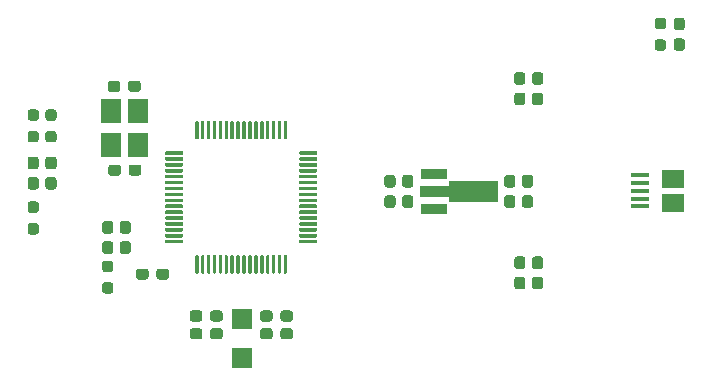
<source format=gtp>
G04 #@! TF.GenerationSoftware,KiCad,Pcbnew,(5.1.10)-1*
G04 #@! TF.CreationDate,2021-08-01T20:36:26+02:00*
G04 #@! TF.ProjectId,Msp-Board,4d73702d-426f-4617-9264-2e6b69636164,rev?*
G04 #@! TF.SameCoordinates,Original*
G04 #@! TF.FileFunction,Paste,Top*
G04 #@! TF.FilePolarity,Positive*
%FSLAX46Y46*%
G04 Gerber Fmt 4.6, Leading zero omitted, Abs format (unit mm)*
G04 Created by KiCad (PCBNEW (5.1.10)-1) date 2021-08-01 20:36:26*
%MOMM*%
%LPD*%
G01*
G04 APERTURE LIST*
%ADD10R,1.800000X2.100000*%
%ADD11R,1.900000X1.500000*%
%ADD12R,1.550000X0.400000*%
%ADD13C,0.100000*%
%ADD14R,2.300000X0.900000*%
%ADD15R,1.800000X1.750000*%
G04 APERTURE END LIST*
D10*
X130250000Y-96200000D03*
X130250000Y-99100000D03*
X127950000Y-99100000D03*
X127950000Y-96200000D03*
G36*
G01*
X142325000Y-115287500D02*
X142325000Y-114812500D01*
G75*
G02*
X142562500Y-114575000I237500J0D01*
G01*
X143162500Y-114575000D01*
G75*
G02*
X143400000Y-114812500I0J-237500D01*
G01*
X143400000Y-115287500D01*
G75*
G02*
X143162500Y-115525000I-237500J0D01*
G01*
X142562500Y-115525000D01*
G75*
G02*
X142325000Y-115287500I0J237500D01*
G01*
G37*
G36*
G01*
X140600000Y-115287500D02*
X140600000Y-114812500D01*
G75*
G02*
X140837500Y-114575000I237500J0D01*
G01*
X141437500Y-114575000D01*
G75*
G02*
X141675000Y-114812500I0J-237500D01*
G01*
X141675000Y-115287500D01*
G75*
G02*
X141437500Y-115525000I-237500J0D01*
G01*
X140837500Y-115525000D01*
G75*
G02*
X140600000Y-115287500I0J237500D01*
G01*
G37*
G36*
G01*
X135725000Y-113312500D02*
X135725000Y-113787500D01*
G75*
G02*
X135487500Y-114025000I-237500J0D01*
G01*
X134887500Y-114025000D01*
G75*
G02*
X134650000Y-113787500I0J237500D01*
G01*
X134650000Y-113312500D01*
G75*
G02*
X134887500Y-113075000I237500J0D01*
G01*
X135487500Y-113075000D01*
G75*
G02*
X135725000Y-113312500I0J-237500D01*
G01*
G37*
G36*
G01*
X137450000Y-113312500D02*
X137450000Y-113787500D01*
G75*
G02*
X137212500Y-114025000I-237500J0D01*
G01*
X136612500Y-114025000D01*
G75*
G02*
X136375000Y-113787500I0J237500D01*
G01*
X136375000Y-113312500D01*
G75*
G02*
X136612500Y-113075000I237500J0D01*
G01*
X137212500Y-113075000D01*
G75*
G02*
X137450000Y-113312500I0J-237500D01*
G01*
G37*
G36*
G01*
X135725000Y-114812500D02*
X135725000Y-115287500D01*
G75*
G02*
X135487500Y-115525000I-237500J0D01*
G01*
X134887500Y-115525000D01*
G75*
G02*
X134650000Y-115287500I0J237500D01*
G01*
X134650000Y-114812500D01*
G75*
G02*
X134887500Y-114575000I237500J0D01*
G01*
X135487500Y-114575000D01*
G75*
G02*
X135725000Y-114812500I0J-237500D01*
G01*
G37*
G36*
G01*
X137450000Y-114812500D02*
X137450000Y-115287500D01*
G75*
G02*
X137212500Y-115525000I-237500J0D01*
G01*
X136612500Y-115525000D01*
G75*
G02*
X136375000Y-115287500I0J237500D01*
G01*
X136375000Y-114812500D01*
G75*
G02*
X136612500Y-114575000I237500J0D01*
G01*
X137212500Y-114575000D01*
G75*
G02*
X137450000Y-114812500I0J-237500D01*
G01*
G37*
D11*
X175547500Y-101950000D03*
D12*
X172760000Y-103600000D03*
X172760000Y-104250000D03*
X172760000Y-101650000D03*
X172760000Y-102300000D03*
X172760000Y-102950000D03*
D11*
X175547500Y-103950000D03*
G36*
G01*
X174262500Y-90125000D02*
X174737500Y-90125000D01*
G75*
G02*
X174975000Y-90362500I0J-237500D01*
G01*
X174975000Y-90862500D01*
G75*
G02*
X174737500Y-91100000I-237500J0D01*
G01*
X174262500Y-91100000D01*
G75*
G02*
X174025000Y-90862500I0J237500D01*
G01*
X174025000Y-90362500D01*
G75*
G02*
X174262500Y-90125000I237500J0D01*
G01*
G37*
G36*
G01*
X174262500Y-88300000D02*
X174737500Y-88300000D01*
G75*
G02*
X174975000Y-88537500I0J-237500D01*
G01*
X174975000Y-89037500D01*
G75*
G02*
X174737500Y-89275000I-237500J0D01*
G01*
X174262500Y-89275000D01*
G75*
G02*
X174025000Y-89037500I0J237500D01*
G01*
X174025000Y-88537500D01*
G75*
G02*
X174262500Y-88300000I237500J0D01*
G01*
G37*
G36*
G01*
X175862500Y-90050000D02*
X176337500Y-90050000D01*
G75*
G02*
X176575000Y-90287500I0J-237500D01*
G01*
X176575000Y-90862500D01*
G75*
G02*
X176337500Y-91100000I-237500J0D01*
G01*
X175862500Y-91100000D01*
G75*
G02*
X175625000Y-90862500I0J237500D01*
G01*
X175625000Y-90287500D01*
G75*
G02*
X175862500Y-90050000I237500J0D01*
G01*
G37*
G36*
G01*
X175862500Y-88300000D02*
X176337500Y-88300000D01*
G75*
G02*
X176575000Y-88537500I0J-237500D01*
G01*
X176575000Y-89112500D01*
G75*
G02*
X176337500Y-89350000I-237500J0D01*
G01*
X175862500Y-89350000D01*
G75*
G02*
X175625000Y-89112500I0J237500D01*
G01*
X175625000Y-88537500D01*
G75*
G02*
X175862500Y-88300000I237500J0D01*
G01*
G37*
G36*
G01*
X162362500Y-94625000D02*
X162837500Y-94625000D01*
G75*
G02*
X163075000Y-94862500I0J-237500D01*
G01*
X163075000Y-95462500D01*
G75*
G02*
X162837500Y-95700000I-237500J0D01*
G01*
X162362500Y-95700000D01*
G75*
G02*
X162125000Y-95462500I0J237500D01*
G01*
X162125000Y-94862500D01*
G75*
G02*
X162362500Y-94625000I237500J0D01*
G01*
G37*
G36*
G01*
X162362500Y-92900000D02*
X162837500Y-92900000D01*
G75*
G02*
X163075000Y-93137500I0J-237500D01*
G01*
X163075000Y-93737500D01*
G75*
G02*
X162837500Y-93975000I-237500J0D01*
G01*
X162362500Y-93975000D01*
G75*
G02*
X162125000Y-93737500I0J237500D01*
G01*
X162125000Y-93137500D01*
G75*
G02*
X162362500Y-92900000I237500J0D01*
G01*
G37*
G36*
G01*
X162362500Y-110225000D02*
X162837500Y-110225000D01*
G75*
G02*
X163075000Y-110462500I0J-237500D01*
G01*
X163075000Y-111062500D01*
G75*
G02*
X162837500Y-111300000I-237500J0D01*
G01*
X162362500Y-111300000D01*
G75*
G02*
X162125000Y-111062500I0J237500D01*
G01*
X162125000Y-110462500D01*
G75*
G02*
X162362500Y-110225000I237500J0D01*
G01*
G37*
G36*
G01*
X162362500Y-108500000D02*
X162837500Y-108500000D01*
G75*
G02*
X163075000Y-108737500I0J-237500D01*
G01*
X163075000Y-109337500D01*
G75*
G02*
X162837500Y-109575000I-237500J0D01*
G01*
X162362500Y-109575000D01*
G75*
G02*
X162125000Y-109337500I0J237500D01*
G01*
X162125000Y-108737500D01*
G75*
G02*
X162362500Y-108500000I237500J0D01*
G01*
G37*
G36*
G01*
X163862500Y-94625000D02*
X164337500Y-94625000D01*
G75*
G02*
X164575000Y-94862500I0J-237500D01*
G01*
X164575000Y-95462500D01*
G75*
G02*
X164337500Y-95700000I-237500J0D01*
G01*
X163862500Y-95700000D01*
G75*
G02*
X163625000Y-95462500I0J237500D01*
G01*
X163625000Y-94862500D01*
G75*
G02*
X163862500Y-94625000I237500J0D01*
G01*
G37*
G36*
G01*
X163862500Y-92900000D02*
X164337500Y-92900000D01*
G75*
G02*
X164575000Y-93137500I0J-237500D01*
G01*
X164575000Y-93737500D01*
G75*
G02*
X164337500Y-93975000I-237500J0D01*
G01*
X163862500Y-93975000D01*
G75*
G02*
X163625000Y-93737500I0J237500D01*
G01*
X163625000Y-93137500D01*
G75*
G02*
X163862500Y-92900000I237500J0D01*
G01*
G37*
G36*
G01*
X163862500Y-110225000D02*
X164337500Y-110225000D01*
G75*
G02*
X164575000Y-110462500I0J-237500D01*
G01*
X164575000Y-111062500D01*
G75*
G02*
X164337500Y-111300000I-237500J0D01*
G01*
X163862500Y-111300000D01*
G75*
G02*
X163625000Y-111062500I0J237500D01*
G01*
X163625000Y-110462500D01*
G75*
G02*
X163862500Y-110225000I237500J0D01*
G01*
G37*
G36*
G01*
X163862500Y-108500000D02*
X164337500Y-108500000D01*
G75*
G02*
X164575000Y-108737500I0J-237500D01*
G01*
X164575000Y-109337500D01*
G75*
G02*
X164337500Y-109575000I-237500J0D01*
G01*
X163862500Y-109575000D01*
G75*
G02*
X163625000Y-109337500I0J237500D01*
G01*
X163625000Y-108737500D01*
G75*
G02*
X163862500Y-108500000I237500J0D01*
G01*
G37*
D13*
G36*
X160762500Y-103866500D02*
G01*
X156637500Y-103866500D01*
X156637500Y-103450000D01*
X154162500Y-103450000D01*
X154162500Y-102550000D01*
X156637500Y-102550000D01*
X156637500Y-102133500D01*
X160762500Y-102133500D01*
X160762500Y-103866500D01*
G37*
D14*
X155312500Y-104500000D03*
X155312500Y-101500000D03*
G36*
G01*
X127937500Y-109825000D02*
X127462500Y-109825000D01*
G75*
G02*
X127225000Y-109587500I0J237500D01*
G01*
X127225000Y-109087500D01*
G75*
G02*
X127462500Y-108850000I237500J0D01*
G01*
X127937500Y-108850000D01*
G75*
G02*
X128175000Y-109087500I0J-237500D01*
G01*
X128175000Y-109587500D01*
G75*
G02*
X127937500Y-109825000I-237500J0D01*
G01*
G37*
G36*
G01*
X127937500Y-111650000D02*
X127462500Y-111650000D01*
G75*
G02*
X127225000Y-111412500I0J237500D01*
G01*
X127225000Y-110912500D01*
G75*
G02*
X127462500Y-110675000I237500J0D01*
G01*
X127937500Y-110675000D01*
G75*
G02*
X128175000Y-110912500I0J-237500D01*
G01*
X128175000Y-111412500D01*
G75*
G02*
X127937500Y-111650000I-237500J0D01*
G01*
G37*
G36*
G01*
X142325000Y-113787500D02*
X142325000Y-113312500D01*
G75*
G02*
X142562500Y-113075000I237500J0D01*
G01*
X143162500Y-113075000D01*
G75*
G02*
X143400000Y-113312500I0J-237500D01*
G01*
X143400000Y-113787500D01*
G75*
G02*
X143162500Y-114025000I-237500J0D01*
G01*
X142562500Y-114025000D01*
G75*
G02*
X142325000Y-113787500I0J237500D01*
G01*
G37*
G36*
G01*
X140600000Y-113787500D02*
X140600000Y-113312500D01*
G75*
G02*
X140837500Y-113075000I237500J0D01*
G01*
X141437500Y-113075000D01*
G75*
G02*
X141675000Y-113312500I0J-237500D01*
G01*
X141675000Y-113787500D01*
G75*
G02*
X141437500Y-114025000I-237500J0D01*
G01*
X140837500Y-114025000D01*
G75*
G02*
X140600000Y-113787500I0J237500D01*
G01*
G37*
G36*
G01*
X127937500Y-106575000D02*
X127462500Y-106575000D01*
G75*
G02*
X127225000Y-106337500I0J237500D01*
G01*
X127225000Y-105737500D01*
G75*
G02*
X127462500Y-105500000I237500J0D01*
G01*
X127937500Y-105500000D01*
G75*
G02*
X128175000Y-105737500I0J-237500D01*
G01*
X128175000Y-106337500D01*
G75*
G02*
X127937500Y-106575000I-237500J0D01*
G01*
G37*
G36*
G01*
X127937500Y-108300000D02*
X127462500Y-108300000D01*
G75*
G02*
X127225000Y-108062500I0J237500D01*
G01*
X127225000Y-107462500D01*
G75*
G02*
X127462500Y-107225000I237500J0D01*
G01*
X127937500Y-107225000D01*
G75*
G02*
X128175000Y-107462500I0J-237500D01*
G01*
X128175000Y-108062500D01*
G75*
G02*
X127937500Y-108300000I-237500J0D01*
G01*
G37*
G36*
G01*
X153337500Y-102675000D02*
X152862500Y-102675000D01*
G75*
G02*
X152625000Y-102437500I0J237500D01*
G01*
X152625000Y-101837500D01*
G75*
G02*
X152862500Y-101600000I237500J0D01*
G01*
X153337500Y-101600000D01*
G75*
G02*
X153575000Y-101837500I0J-237500D01*
G01*
X153575000Y-102437500D01*
G75*
G02*
X153337500Y-102675000I-237500J0D01*
G01*
G37*
G36*
G01*
X153337500Y-104400000D02*
X152862500Y-104400000D01*
G75*
G02*
X152625000Y-104162500I0J237500D01*
G01*
X152625000Y-103562500D01*
G75*
G02*
X152862500Y-103325000I237500J0D01*
G01*
X153337500Y-103325000D01*
G75*
G02*
X153575000Y-103562500I0J-237500D01*
G01*
X153575000Y-104162500D01*
G75*
G02*
X153337500Y-104400000I-237500J0D01*
G01*
G37*
G36*
G01*
X151837500Y-102675000D02*
X151362500Y-102675000D01*
G75*
G02*
X151125000Y-102437500I0J237500D01*
G01*
X151125000Y-101837500D01*
G75*
G02*
X151362500Y-101600000I237500J0D01*
G01*
X151837500Y-101600000D01*
G75*
G02*
X152075000Y-101837500I0J-237500D01*
G01*
X152075000Y-102437500D01*
G75*
G02*
X151837500Y-102675000I-237500J0D01*
G01*
G37*
G36*
G01*
X151837500Y-104400000D02*
X151362500Y-104400000D01*
G75*
G02*
X151125000Y-104162500I0J237500D01*
G01*
X151125000Y-103562500D01*
G75*
G02*
X151362500Y-103325000I237500J0D01*
G01*
X151837500Y-103325000D01*
G75*
G02*
X152075000Y-103562500I0J-237500D01*
G01*
X152075000Y-104162500D01*
G75*
G02*
X151837500Y-104400000I-237500J0D01*
G01*
G37*
G36*
G01*
X161987500Y-102675000D02*
X161512500Y-102675000D01*
G75*
G02*
X161275000Y-102437500I0J237500D01*
G01*
X161275000Y-101837500D01*
G75*
G02*
X161512500Y-101600000I237500J0D01*
G01*
X161987500Y-101600000D01*
G75*
G02*
X162225000Y-101837500I0J-237500D01*
G01*
X162225000Y-102437500D01*
G75*
G02*
X161987500Y-102675000I-237500J0D01*
G01*
G37*
G36*
G01*
X161987500Y-104400000D02*
X161512500Y-104400000D01*
G75*
G02*
X161275000Y-104162500I0J237500D01*
G01*
X161275000Y-103562500D01*
G75*
G02*
X161512500Y-103325000I237500J0D01*
G01*
X161987500Y-103325000D01*
G75*
G02*
X162225000Y-103562500I0J-237500D01*
G01*
X162225000Y-104162500D01*
G75*
G02*
X161987500Y-104400000I-237500J0D01*
G01*
G37*
G36*
G01*
X163487500Y-102675000D02*
X163012500Y-102675000D01*
G75*
G02*
X162775000Y-102437500I0J237500D01*
G01*
X162775000Y-101837500D01*
G75*
G02*
X163012500Y-101600000I237500J0D01*
G01*
X163487500Y-101600000D01*
G75*
G02*
X163725000Y-101837500I0J-237500D01*
G01*
X163725000Y-102437500D01*
G75*
G02*
X163487500Y-102675000I-237500J0D01*
G01*
G37*
G36*
G01*
X163487500Y-104400000D02*
X163012500Y-104400000D01*
G75*
G02*
X162775000Y-104162500I0J237500D01*
G01*
X162775000Y-103562500D01*
G75*
G02*
X163012500Y-103325000I237500J0D01*
G01*
X163487500Y-103325000D01*
G75*
G02*
X163725000Y-103562500I0J-237500D01*
G01*
X163725000Y-104162500D01*
G75*
G02*
X163487500Y-104400000I-237500J0D01*
G01*
G37*
D15*
X139100000Y-117075000D03*
X139100000Y-113825000D03*
G36*
G01*
X129425000Y-94337500D02*
X129425000Y-93862500D01*
G75*
G02*
X129662500Y-93625000I237500J0D01*
G01*
X130262500Y-93625000D01*
G75*
G02*
X130500000Y-93862500I0J-237500D01*
G01*
X130500000Y-94337500D01*
G75*
G02*
X130262500Y-94575000I-237500J0D01*
G01*
X129662500Y-94575000D01*
G75*
G02*
X129425000Y-94337500I0J237500D01*
G01*
G37*
G36*
G01*
X127700000Y-94337500D02*
X127700000Y-93862500D01*
G75*
G02*
X127937500Y-93625000I237500J0D01*
G01*
X128537500Y-93625000D01*
G75*
G02*
X128775000Y-93862500I0J-237500D01*
G01*
X128775000Y-94337500D01*
G75*
G02*
X128537500Y-94575000I-237500J0D01*
G01*
X127937500Y-94575000D01*
G75*
G02*
X127700000Y-94337500I0J237500D01*
G01*
G37*
G36*
G01*
X128825000Y-100962500D02*
X128825000Y-101437500D01*
G75*
G02*
X128587500Y-101675000I-237500J0D01*
G01*
X127987500Y-101675000D01*
G75*
G02*
X127750000Y-101437500I0J237500D01*
G01*
X127750000Y-100962500D01*
G75*
G02*
X127987500Y-100725000I237500J0D01*
G01*
X128587500Y-100725000D01*
G75*
G02*
X128825000Y-100962500I0J-237500D01*
G01*
G37*
G36*
G01*
X130550000Y-100962500D02*
X130550000Y-101437500D01*
G75*
G02*
X130312500Y-101675000I-237500J0D01*
G01*
X129712500Y-101675000D01*
G75*
G02*
X129475000Y-101437500I0J237500D01*
G01*
X129475000Y-100962500D01*
G75*
G02*
X129712500Y-100725000I237500J0D01*
G01*
X130312500Y-100725000D01*
G75*
G02*
X130550000Y-100962500I0J-237500D01*
G01*
G37*
G36*
G01*
X129437500Y-106575000D02*
X128962500Y-106575000D01*
G75*
G02*
X128725000Y-106337500I0J237500D01*
G01*
X128725000Y-105737500D01*
G75*
G02*
X128962500Y-105500000I237500J0D01*
G01*
X129437500Y-105500000D01*
G75*
G02*
X129675000Y-105737500I0J-237500D01*
G01*
X129675000Y-106337500D01*
G75*
G02*
X129437500Y-106575000I-237500J0D01*
G01*
G37*
G36*
G01*
X129437500Y-108300000D02*
X128962500Y-108300000D01*
G75*
G02*
X128725000Y-108062500I0J237500D01*
G01*
X128725000Y-107462500D01*
G75*
G02*
X128962500Y-107225000I237500J0D01*
G01*
X129437500Y-107225000D01*
G75*
G02*
X129675000Y-107462500I0J-237500D01*
G01*
X129675000Y-108062500D01*
G75*
G02*
X129437500Y-108300000I-237500J0D01*
G01*
G37*
G36*
G01*
X131175000Y-109762500D02*
X131175000Y-110237500D01*
G75*
G02*
X130937500Y-110475000I-237500J0D01*
G01*
X130337500Y-110475000D01*
G75*
G02*
X130100000Y-110237500I0J237500D01*
G01*
X130100000Y-109762500D01*
G75*
G02*
X130337500Y-109525000I237500J0D01*
G01*
X130937500Y-109525000D01*
G75*
G02*
X131175000Y-109762500I0J-237500D01*
G01*
G37*
G36*
G01*
X132900000Y-109762500D02*
X132900000Y-110237500D01*
G75*
G02*
X132662500Y-110475000I-237500J0D01*
G01*
X132062500Y-110475000D01*
G75*
G02*
X131825000Y-110237500I0J237500D01*
G01*
X131825000Y-109762500D01*
G75*
G02*
X132062500Y-109525000I237500J0D01*
G01*
X132662500Y-109525000D01*
G75*
G02*
X132900000Y-109762500I0J-237500D01*
G01*
G37*
G36*
G01*
X134025000Y-107400000D02*
X132625000Y-107400000D01*
G75*
G02*
X132550000Y-107325000I0J75000D01*
G01*
X132550000Y-107175000D01*
G75*
G02*
X132625000Y-107100000I75000J0D01*
G01*
X134025000Y-107100000D01*
G75*
G02*
X134100000Y-107175000I0J-75000D01*
G01*
X134100000Y-107325000D01*
G75*
G02*
X134025000Y-107400000I-75000J0D01*
G01*
G37*
G36*
G01*
X134025000Y-106900000D02*
X132625000Y-106900000D01*
G75*
G02*
X132550000Y-106825000I0J75000D01*
G01*
X132550000Y-106675000D01*
G75*
G02*
X132625000Y-106600000I75000J0D01*
G01*
X134025000Y-106600000D01*
G75*
G02*
X134100000Y-106675000I0J-75000D01*
G01*
X134100000Y-106825000D01*
G75*
G02*
X134025000Y-106900000I-75000J0D01*
G01*
G37*
G36*
G01*
X134025000Y-106400000D02*
X132625000Y-106400000D01*
G75*
G02*
X132550000Y-106325000I0J75000D01*
G01*
X132550000Y-106175000D01*
G75*
G02*
X132625000Y-106100000I75000J0D01*
G01*
X134025000Y-106100000D01*
G75*
G02*
X134100000Y-106175000I0J-75000D01*
G01*
X134100000Y-106325000D01*
G75*
G02*
X134025000Y-106400000I-75000J0D01*
G01*
G37*
G36*
G01*
X134025000Y-105900000D02*
X132625000Y-105900000D01*
G75*
G02*
X132550000Y-105825000I0J75000D01*
G01*
X132550000Y-105675000D01*
G75*
G02*
X132625000Y-105600000I75000J0D01*
G01*
X134025000Y-105600000D01*
G75*
G02*
X134100000Y-105675000I0J-75000D01*
G01*
X134100000Y-105825000D01*
G75*
G02*
X134025000Y-105900000I-75000J0D01*
G01*
G37*
G36*
G01*
X134025000Y-105400000D02*
X132625000Y-105400000D01*
G75*
G02*
X132550000Y-105325000I0J75000D01*
G01*
X132550000Y-105175000D01*
G75*
G02*
X132625000Y-105100000I75000J0D01*
G01*
X134025000Y-105100000D01*
G75*
G02*
X134100000Y-105175000I0J-75000D01*
G01*
X134100000Y-105325000D01*
G75*
G02*
X134025000Y-105400000I-75000J0D01*
G01*
G37*
G36*
G01*
X134025000Y-104900000D02*
X132625000Y-104900000D01*
G75*
G02*
X132550000Y-104825000I0J75000D01*
G01*
X132550000Y-104675000D01*
G75*
G02*
X132625000Y-104600000I75000J0D01*
G01*
X134025000Y-104600000D01*
G75*
G02*
X134100000Y-104675000I0J-75000D01*
G01*
X134100000Y-104825000D01*
G75*
G02*
X134025000Y-104900000I-75000J0D01*
G01*
G37*
G36*
G01*
X134025000Y-104400000D02*
X132625000Y-104400000D01*
G75*
G02*
X132550000Y-104325000I0J75000D01*
G01*
X132550000Y-104175000D01*
G75*
G02*
X132625000Y-104100000I75000J0D01*
G01*
X134025000Y-104100000D01*
G75*
G02*
X134100000Y-104175000I0J-75000D01*
G01*
X134100000Y-104325000D01*
G75*
G02*
X134025000Y-104400000I-75000J0D01*
G01*
G37*
G36*
G01*
X134025000Y-103900000D02*
X132625000Y-103900000D01*
G75*
G02*
X132550000Y-103825000I0J75000D01*
G01*
X132550000Y-103675000D01*
G75*
G02*
X132625000Y-103600000I75000J0D01*
G01*
X134025000Y-103600000D01*
G75*
G02*
X134100000Y-103675000I0J-75000D01*
G01*
X134100000Y-103825000D01*
G75*
G02*
X134025000Y-103900000I-75000J0D01*
G01*
G37*
G36*
G01*
X134025000Y-103400000D02*
X132625000Y-103400000D01*
G75*
G02*
X132550000Y-103325000I0J75000D01*
G01*
X132550000Y-103175000D01*
G75*
G02*
X132625000Y-103100000I75000J0D01*
G01*
X134025000Y-103100000D01*
G75*
G02*
X134100000Y-103175000I0J-75000D01*
G01*
X134100000Y-103325000D01*
G75*
G02*
X134025000Y-103400000I-75000J0D01*
G01*
G37*
G36*
G01*
X134025000Y-102900000D02*
X132625000Y-102900000D01*
G75*
G02*
X132550000Y-102825000I0J75000D01*
G01*
X132550000Y-102675000D01*
G75*
G02*
X132625000Y-102600000I75000J0D01*
G01*
X134025000Y-102600000D01*
G75*
G02*
X134100000Y-102675000I0J-75000D01*
G01*
X134100000Y-102825000D01*
G75*
G02*
X134025000Y-102900000I-75000J0D01*
G01*
G37*
G36*
G01*
X134025000Y-102400000D02*
X132625000Y-102400000D01*
G75*
G02*
X132550000Y-102325000I0J75000D01*
G01*
X132550000Y-102175000D01*
G75*
G02*
X132625000Y-102100000I75000J0D01*
G01*
X134025000Y-102100000D01*
G75*
G02*
X134100000Y-102175000I0J-75000D01*
G01*
X134100000Y-102325000D01*
G75*
G02*
X134025000Y-102400000I-75000J0D01*
G01*
G37*
G36*
G01*
X134025000Y-101900000D02*
X132625000Y-101900000D01*
G75*
G02*
X132550000Y-101825000I0J75000D01*
G01*
X132550000Y-101675000D01*
G75*
G02*
X132625000Y-101600000I75000J0D01*
G01*
X134025000Y-101600000D01*
G75*
G02*
X134100000Y-101675000I0J-75000D01*
G01*
X134100000Y-101825000D01*
G75*
G02*
X134025000Y-101900000I-75000J0D01*
G01*
G37*
G36*
G01*
X134025000Y-101400000D02*
X132625000Y-101400000D01*
G75*
G02*
X132550000Y-101325000I0J75000D01*
G01*
X132550000Y-101175000D01*
G75*
G02*
X132625000Y-101100000I75000J0D01*
G01*
X134025000Y-101100000D01*
G75*
G02*
X134100000Y-101175000I0J-75000D01*
G01*
X134100000Y-101325000D01*
G75*
G02*
X134025000Y-101400000I-75000J0D01*
G01*
G37*
G36*
G01*
X134025000Y-100900000D02*
X132625000Y-100900000D01*
G75*
G02*
X132550000Y-100825000I0J75000D01*
G01*
X132550000Y-100675000D01*
G75*
G02*
X132625000Y-100600000I75000J0D01*
G01*
X134025000Y-100600000D01*
G75*
G02*
X134100000Y-100675000I0J-75000D01*
G01*
X134100000Y-100825000D01*
G75*
G02*
X134025000Y-100900000I-75000J0D01*
G01*
G37*
G36*
G01*
X134025000Y-100400000D02*
X132625000Y-100400000D01*
G75*
G02*
X132550000Y-100325000I0J75000D01*
G01*
X132550000Y-100175000D01*
G75*
G02*
X132625000Y-100100000I75000J0D01*
G01*
X134025000Y-100100000D01*
G75*
G02*
X134100000Y-100175000I0J-75000D01*
G01*
X134100000Y-100325000D01*
G75*
G02*
X134025000Y-100400000I-75000J0D01*
G01*
G37*
G36*
G01*
X134025000Y-99900000D02*
X132625000Y-99900000D01*
G75*
G02*
X132550000Y-99825000I0J75000D01*
G01*
X132550000Y-99675000D01*
G75*
G02*
X132625000Y-99600000I75000J0D01*
G01*
X134025000Y-99600000D01*
G75*
G02*
X134100000Y-99675000I0J-75000D01*
G01*
X134100000Y-99825000D01*
G75*
G02*
X134025000Y-99900000I-75000J0D01*
G01*
G37*
G36*
G01*
X135325000Y-98600000D02*
X135175000Y-98600000D01*
G75*
G02*
X135100000Y-98525000I0J75000D01*
G01*
X135100000Y-97125000D01*
G75*
G02*
X135175000Y-97050000I75000J0D01*
G01*
X135325000Y-97050000D01*
G75*
G02*
X135400000Y-97125000I0J-75000D01*
G01*
X135400000Y-98525000D01*
G75*
G02*
X135325000Y-98600000I-75000J0D01*
G01*
G37*
G36*
G01*
X135825000Y-98600000D02*
X135675000Y-98600000D01*
G75*
G02*
X135600000Y-98525000I0J75000D01*
G01*
X135600000Y-97125000D01*
G75*
G02*
X135675000Y-97050000I75000J0D01*
G01*
X135825000Y-97050000D01*
G75*
G02*
X135900000Y-97125000I0J-75000D01*
G01*
X135900000Y-98525000D01*
G75*
G02*
X135825000Y-98600000I-75000J0D01*
G01*
G37*
G36*
G01*
X136325000Y-98600000D02*
X136175000Y-98600000D01*
G75*
G02*
X136100000Y-98525000I0J75000D01*
G01*
X136100000Y-97125000D01*
G75*
G02*
X136175000Y-97050000I75000J0D01*
G01*
X136325000Y-97050000D01*
G75*
G02*
X136400000Y-97125000I0J-75000D01*
G01*
X136400000Y-98525000D01*
G75*
G02*
X136325000Y-98600000I-75000J0D01*
G01*
G37*
G36*
G01*
X136825000Y-98600000D02*
X136675000Y-98600000D01*
G75*
G02*
X136600000Y-98525000I0J75000D01*
G01*
X136600000Y-97125000D01*
G75*
G02*
X136675000Y-97050000I75000J0D01*
G01*
X136825000Y-97050000D01*
G75*
G02*
X136900000Y-97125000I0J-75000D01*
G01*
X136900000Y-98525000D01*
G75*
G02*
X136825000Y-98600000I-75000J0D01*
G01*
G37*
G36*
G01*
X137325000Y-98600000D02*
X137175000Y-98600000D01*
G75*
G02*
X137100000Y-98525000I0J75000D01*
G01*
X137100000Y-97125000D01*
G75*
G02*
X137175000Y-97050000I75000J0D01*
G01*
X137325000Y-97050000D01*
G75*
G02*
X137400000Y-97125000I0J-75000D01*
G01*
X137400000Y-98525000D01*
G75*
G02*
X137325000Y-98600000I-75000J0D01*
G01*
G37*
G36*
G01*
X137825000Y-98600000D02*
X137675000Y-98600000D01*
G75*
G02*
X137600000Y-98525000I0J75000D01*
G01*
X137600000Y-97125000D01*
G75*
G02*
X137675000Y-97050000I75000J0D01*
G01*
X137825000Y-97050000D01*
G75*
G02*
X137900000Y-97125000I0J-75000D01*
G01*
X137900000Y-98525000D01*
G75*
G02*
X137825000Y-98600000I-75000J0D01*
G01*
G37*
G36*
G01*
X138325000Y-98600000D02*
X138175000Y-98600000D01*
G75*
G02*
X138100000Y-98525000I0J75000D01*
G01*
X138100000Y-97125000D01*
G75*
G02*
X138175000Y-97050000I75000J0D01*
G01*
X138325000Y-97050000D01*
G75*
G02*
X138400000Y-97125000I0J-75000D01*
G01*
X138400000Y-98525000D01*
G75*
G02*
X138325000Y-98600000I-75000J0D01*
G01*
G37*
G36*
G01*
X138825000Y-98600000D02*
X138675000Y-98600000D01*
G75*
G02*
X138600000Y-98525000I0J75000D01*
G01*
X138600000Y-97125000D01*
G75*
G02*
X138675000Y-97050000I75000J0D01*
G01*
X138825000Y-97050000D01*
G75*
G02*
X138900000Y-97125000I0J-75000D01*
G01*
X138900000Y-98525000D01*
G75*
G02*
X138825000Y-98600000I-75000J0D01*
G01*
G37*
G36*
G01*
X139325000Y-98600000D02*
X139175000Y-98600000D01*
G75*
G02*
X139100000Y-98525000I0J75000D01*
G01*
X139100000Y-97125000D01*
G75*
G02*
X139175000Y-97050000I75000J0D01*
G01*
X139325000Y-97050000D01*
G75*
G02*
X139400000Y-97125000I0J-75000D01*
G01*
X139400000Y-98525000D01*
G75*
G02*
X139325000Y-98600000I-75000J0D01*
G01*
G37*
G36*
G01*
X139825000Y-98600000D02*
X139675000Y-98600000D01*
G75*
G02*
X139600000Y-98525000I0J75000D01*
G01*
X139600000Y-97125000D01*
G75*
G02*
X139675000Y-97050000I75000J0D01*
G01*
X139825000Y-97050000D01*
G75*
G02*
X139900000Y-97125000I0J-75000D01*
G01*
X139900000Y-98525000D01*
G75*
G02*
X139825000Y-98600000I-75000J0D01*
G01*
G37*
G36*
G01*
X140325000Y-98600000D02*
X140175000Y-98600000D01*
G75*
G02*
X140100000Y-98525000I0J75000D01*
G01*
X140100000Y-97125000D01*
G75*
G02*
X140175000Y-97050000I75000J0D01*
G01*
X140325000Y-97050000D01*
G75*
G02*
X140400000Y-97125000I0J-75000D01*
G01*
X140400000Y-98525000D01*
G75*
G02*
X140325000Y-98600000I-75000J0D01*
G01*
G37*
G36*
G01*
X140825000Y-98600000D02*
X140675000Y-98600000D01*
G75*
G02*
X140600000Y-98525000I0J75000D01*
G01*
X140600000Y-97125000D01*
G75*
G02*
X140675000Y-97050000I75000J0D01*
G01*
X140825000Y-97050000D01*
G75*
G02*
X140900000Y-97125000I0J-75000D01*
G01*
X140900000Y-98525000D01*
G75*
G02*
X140825000Y-98600000I-75000J0D01*
G01*
G37*
G36*
G01*
X141325000Y-98600000D02*
X141175000Y-98600000D01*
G75*
G02*
X141100000Y-98525000I0J75000D01*
G01*
X141100000Y-97125000D01*
G75*
G02*
X141175000Y-97050000I75000J0D01*
G01*
X141325000Y-97050000D01*
G75*
G02*
X141400000Y-97125000I0J-75000D01*
G01*
X141400000Y-98525000D01*
G75*
G02*
X141325000Y-98600000I-75000J0D01*
G01*
G37*
G36*
G01*
X141825000Y-98600000D02*
X141675000Y-98600000D01*
G75*
G02*
X141600000Y-98525000I0J75000D01*
G01*
X141600000Y-97125000D01*
G75*
G02*
X141675000Y-97050000I75000J0D01*
G01*
X141825000Y-97050000D01*
G75*
G02*
X141900000Y-97125000I0J-75000D01*
G01*
X141900000Y-98525000D01*
G75*
G02*
X141825000Y-98600000I-75000J0D01*
G01*
G37*
G36*
G01*
X142325000Y-98600000D02*
X142175000Y-98600000D01*
G75*
G02*
X142100000Y-98525000I0J75000D01*
G01*
X142100000Y-97125000D01*
G75*
G02*
X142175000Y-97050000I75000J0D01*
G01*
X142325000Y-97050000D01*
G75*
G02*
X142400000Y-97125000I0J-75000D01*
G01*
X142400000Y-98525000D01*
G75*
G02*
X142325000Y-98600000I-75000J0D01*
G01*
G37*
G36*
G01*
X142825000Y-98600000D02*
X142675000Y-98600000D01*
G75*
G02*
X142600000Y-98525000I0J75000D01*
G01*
X142600000Y-97125000D01*
G75*
G02*
X142675000Y-97050000I75000J0D01*
G01*
X142825000Y-97050000D01*
G75*
G02*
X142900000Y-97125000I0J-75000D01*
G01*
X142900000Y-98525000D01*
G75*
G02*
X142825000Y-98600000I-75000J0D01*
G01*
G37*
G36*
G01*
X145375000Y-99900000D02*
X143975000Y-99900000D01*
G75*
G02*
X143900000Y-99825000I0J75000D01*
G01*
X143900000Y-99675000D01*
G75*
G02*
X143975000Y-99600000I75000J0D01*
G01*
X145375000Y-99600000D01*
G75*
G02*
X145450000Y-99675000I0J-75000D01*
G01*
X145450000Y-99825000D01*
G75*
G02*
X145375000Y-99900000I-75000J0D01*
G01*
G37*
G36*
G01*
X145375000Y-100400000D02*
X143975000Y-100400000D01*
G75*
G02*
X143900000Y-100325000I0J75000D01*
G01*
X143900000Y-100175000D01*
G75*
G02*
X143975000Y-100100000I75000J0D01*
G01*
X145375000Y-100100000D01*
G75*
G02*
X145450000Y-100175000I0J-75000D01*
G01*
X145450000Y-100325000D01*
G75*
G02*
X145375000Y-100400000I-75000J0D01*
G01*
G37*
G36*
G01*
X145375000Y-100900000D02*
X143975000Y-100900000D01*
G75*
G02*
X143900000Y-100825000I0J75000D01*
G01*
X143900000Y-100675000D01*
G75*
G02*
X143975000Y-100600000I75000J0D01*
G01*
X145375000Y-100600000D01*
G75*
G02*
X145450000Y-100675000I0J-75000D01*
G01*
X145450000Y-100825000D01*
G75*
G02*
X145375000Y-100900000I-75000J0D01*
G01*
G37*
G36*
G01*
X145375000Y-101400000D02*
X143975000Y-101400000D01*
G75*
G02*
X143900000Y-101325000I0J75000D01*
G01*
X143900000Y-101175000D01*
G75*
G02*
X143975000Y-101100000I75000J0D01*
G01*
X145375000Y-101100000D01*
G75*
G02*
X145450000Y-101175000I0J-75000D01*
G01*
X145450000Y-101325000D01*
G75*
G02*
X145375000Y-101400000I-75000J0D01*
G01*
G37*
G36*
G01*
X145375000Y-101900000D02*
X143975000Y-101900000D01*
G75*
G02*
X143900000Y-101825000I0J75000D01*
G01*
X143900000Y-101675000D01*
G75*
G02*
X143975000Y-101600000I75000J0D01*
G01*
X145375000Y-101600000D01*
G75*
G02*
X145450000Y-101675000I0J-75000D01*
G01*
X145450000Y-101825000D01*
G75*
G02*
X145375000Y-101900000I-75000J0D01*
G01*
G37*
G36*
G01*
X145375000Y-102400000D02*
X143975000Y-102400000D01*
G75*
G02*
X143900000Y-102325000I0J75000D01*
G01*
X143900000Y-102175000D01*
G75*
G02*
X143975000Y-102100000I75000J0D01*
G01*
X145375000Y-102100000D01*
G75*
G02*
X145450000Y-102175000I0J-75000D01*
G01*
X145450000Y-102325000D01*
G75*
G02*
X145375000Y-102400000I-75000J0D01*
G01*
G37*
G36*
G01*
X145375000Y-102900000D02*
X143975000Y-102900000D01*
G75*
G02*
X143900000Y-102825000I0J75000D01*
G01*
X143900000Y-102675000D01*
G75*
G02*
X143975000Y-102600000I75000J0D01*
G01*
X145375000Y-102600000D01*
G75*
G02*
X145450000Y-102675000I0J-75000D01*
G01*
X145450000Y-102825000D01*
G75*
G02*
X145375000Y-102900000I-75000J0D01*
G01*
G37*
G36*
G01*
X145375000Y-103400000D02*
X143975000Y-103400000D01*
G75*
G02*
X143900000Y-103325000I0J75000D01*
G01*
X143900000Y-103175000D01*
G75*
G02*
X143975000Y-103100000I75000J0D01*
G01*
X145375000Y-103100000D01*
G75*
G02*
X145450000Y-103175000I0J-75000D01*
G01*
X145450000Y-103325000D01*
G75*
G02*
X145375000Y-103400000I-75000J0D01*
G01*
G37*
G36*
G01*
X145375000Y-103900000D02*
X143975000Y-103900000D01*
G75*
G02*
X143900000Y-103825000I0J75000D01*
G01*
X143900000Y-103675000D01*
G75*
G02*
X143975000Y-103600000I75000J0D01*
G01*
X145375000Y-103600000D01*
G75*
G02*
X145450000Y-103675000I0J-75000D01*
G01*
X145450000Y-103825000D01*
G75*
G02*
X145375000Y-103900000I-75000J0D01*
G01*
G37*
G36*
G01*
X145375000Y-104400000D02*
X143975000Y-104400000D01*
G75*
G02*
X143900000Y-104325000I0J75000D01*
G01*
X143900000Y-104175000D01*
G75*
G02*
X143975000Y-104100000I75000J0D01*
G01*
X145375000Y-104100000D01*
G75*
G02*
X145450000Y-104175000I0J-75000D01*
G01*
X145450000Y-104325000D01*
G75*
G02*
X145375000Y-104400000I-75000J0D01*
G01*
G37*
G36*
G01*
X145375000Y-104900000D02*
X143975000Y-104900000D01*
G75*
G02*
X143900000Y-104825000I0J75000D01*
G01*
X143900000Y-104675000D01*
G75*
G02*
X143975000Y-104600000I75000J0D01*
G01*
X145375000Y-104600000D01*
G75*
G02*
X145450000Y-104675000I0J-75000D01*
G01*
X145450000Y-104825000D01*
G75*
G02*
X145375000Y-104900000I-75000J0D01*
G01*
G37*
G36*
G01*
X145375000Y-105400000D02*
X143975000Y-105400000D01*
G75*
G02*
X143900000Y-105325000I0J75000D01*
G01*
X143900000Y-105175000D01*
G75*
G02*
X143975000Y-105100000I75000J0D01*
G01*
X145375000Y-105100000D01*
G75*
G02*
X145450000Y-105175000I0J-75000D01*
G01*
X145450000Y-105325000D01*
G75*
G02*
X145375000Y-105400000I-75000J0D01*
G01*
G37*
G36*
G01*
X145375000Y-105900000D02*
X143975000Y-105900000D01*
G75*
G02*
X143900000Y-105825000I0J75000D01*
G01*
X143900000Y-105675000D01*
G75*
G02*
X143975000Y-105600000I75000J0D01*
G01*
X145375000Y-105600000D01*
G75*
G02*
X145450000Y-105675000I0J-75000D01*
G01*
X145450000Y-105825000D01*
G75*
G02*
X145375000Y-105900000I-75000J0D01*
G01*
G37*
G36*
G01*
X145375000Y-106400000D02*
X143975000Y-106400000D01*
G75*
G02*
X143900000Y-106325000I0J75000D01*
G01*
X143900000Y-106175000D01*
G75*
G02*
X143975000Y-106100000I75000J0D01*
G01*
X145375000Y-106100000D01*
G75*
G02*
X145450000Y-106175000I0J-75000D01*
G01*
X145450000Y-106325000D01*
G75*
G02*
X145375000Y-106400000I-75000J0D01*
G01*
G37*
G36*
G01*
X145375000Y-106900000D02*
X143975000Y-106900000D01*
G75*
G02*
X143900000Y-106825000I0J75000D01*
G01*
X143900000Y-106675000D01*
G75*
G02*
X143975000Y-106600000I75000J0D01*
G01*
X145375000Y-106600000D01*
G75*
G02*
X145450000Y-106675000I0J-75000D01*
G01*
X145450000Y-106825000D01*
G75*
G02*
X145375000Y-106900000I-75000J0D01*
G01*
G37*
G36*
G01*
X145375000Y-107400000D02*
X143975000Y-107400000D01*
G75*
G02*
X143900000Y-107325000I0J75000D01*
G01*
X143900000Y-107175000D01*
G75*
G02*
X143975000Y-107100000I75000J0D01*
G01*
X145375000Y-107100000D01*
G75*
G02*
X145450000Y-107175000I0J-75000D01*
G01*
X145450000Y-107325000D01*
G75*
G02*
X145375000Y-107400000I-75000J0D01*
G01*
G37*
G36*
G01*
X142825000Y-109950000D02*
X142675000Y-109950000D01*
G75*
G02*
X142600000Y-109875000I0J75000D01*
G01*
X142600000Y-108475000D01*
G75*
G02*
X142675000Y-108400000I75000J0D01*
G01*
X142825000Y-108400000D01*
G75*
G02*
X142900000Y-108475000I0J-75000D01*
G01*
X142900000Y-109875000D01*
G75*
G02*
X142825000Y-109950000I-75000J0D01*
G01*
G37*
G36*
G01*
X142325000Y-109950000D02*
X142175000Y-109950000D01*
G75*
G02*
X142100000Y-109875000I0J75000D01*
G01*
X142100000Y-108475000D01*
G75*
G02*
X142175000Y-108400000I75000J0D01*
G01*
X142325000Y-108400000D01*
G75*
G02*
X142400000Y-108475000I0J-75000D01*
G01*
X142400000Y-109875000D01*
G75*
G02*
X142325000Y-109950000I-75000J0D01*
G01*
G37*
G36*
G01*
X141825000Y-109950000D02*
X141675000Y-109950000D01*
G75*
G02*
X141600000Y-109875000I0J75000D01*
G01*
X141600000Y-108475000D01*
G75*
G02*
X141675000Y-108400000I75000J0D01*
G01*
X141825000Y-108400000D01*
G75*
G02*
X141900000Y-108475000I0J-75000D01*
G01*
X141900000Y-109875000D01*
G75*
G02*
X141825000Y-109950000I-75000J0D01*
G01*
G37*
G36*
G01*
X141325000Y-109950000D02*
X141175000Y-109950000D01*
G75*
G02*
X141100000Y-109875000I0J75000D01*
G01*
X141100000Y-108475000D01*
G75*
G02*
X141175000Y-108400000I75000J0D01*
G01*
X141325000Y-108400000D01*
G75*
G02*
X141400000Y-108475000I0J-75000D01*
G01*
X141400000Y-109875000D01*
G75*
G02*
X141325000Y-109950000I-75000J0D01*
G01*
G37*
G36*
G01*
X140825000Y-109950000D02*
X140675000Y-109950000D01*
G75*
G02*
X140600000Y-109875000I0J75000D01*
G01*
X140600000Y-108475000D01*
G75*
G02*
X140675000Y-108400000I75000J0D01*
G01*
X140825000Y-108400000D01*
G75*
G02*
X140900000Y-108475000I0J-75000D01*
G01*
X140900000Y-109875000D01*
G75*
G02*
X140825000Y-109950000I-75000J0D01*
G01*
G37*
G36*
G01*
X140325000Y-109950000D02*
X140175000Y-109950000D01*
G75*
G02*
X140100000Y-109875000I0J75000D01*
G01*
X140100000Y-108475000D01*
G75*
G02*
X140175000Y-108400000I75000J0D01*
G01*
X140325000Y-108400000D01*
G75*
G02*
X140400000Y-108475000I0J-75000D01*
G01*
X140400000Y-109875000D01*
G75*
G02*
X140325000Y-109950000I-75000J0D01*
G01*
G37*
G36*
G01*
X139825000Y-109950000D02*
X139675000Y-109950000D01*
G75*
G02*
X139600000Y-109875000I0J75000D01*
G01*
X139600000Y-108475000D01*
G75*
G02*
X139675000Y-108400000I75000J0D01*
G01*
X139825000Y-108400000D01*
G75*
G02*
X139900000Y-108475000I0J-75000D01*
G01*
X139900000Y-109875000D01*
G75*
G02*
X139825000Y-109950000I-75000J0D01*
G01*
G37*
G36*
G01*
X139325000Y-109950000D02*
X139175000Y-109950000D01*
G75*
G02*
X139100000Y-109875000I0J75000D01*
G01*
X139100000Y-108475000D01*
G75*
G02*
X139175000Y-108400000I75000J0D01*
G01*
X139325000Y-108400000D01*
G75*
G02*
X139400000Y-108475000I0J-75000D01*
G01*
X139400000Y-109875000D01*
G75*
G02*
X139325000Y-109950000I-75000J0D01*
G01*
G37*
G36*
G01*
X138825000Y-109950000D02*
X138675000Y-109950000D01*
G75*
G02*
X138600000Y-109875000I0J75000D01*
G01*
X138600000Y-108475000D01*
G75*
G02*
X138675000Y-108400000I75000J0D01*
G01*
X138825000Y-108400000D01*
G75*
G02*
X138900000Y-108475000I0J-75000D01*
G01*
X138900000Y-109875000D01*
G75*
G02*
X138825000Y-109950000I-75000J0D01*
G01*
G37*
G36*
G01*
X138325000Y-109950000D02*
X138175000Y-109950000D01*
G75*
G02*
X138100000Y-109875000I0J75000D01*
G01*
X138100000Y-108475000D01*
G75*
G02*
X138175000Y-108400000I75000J0D01*
G01*
X138325000Y-108400000D01*
G75*
G02*
X138400000Y-108475000I0J-75000D01*
G01*
X138400000Y-109875000D01*
G75*
G02*
X138325000Y-109950000I-75000J0D01*
G01*
G37*
G36*
G01*
X137825000Y-109950000D02*
X137675000Y-109950000D01*
G75*
G02*
X137600000Y-109875000I0J75000D01*
G01*
X137600000Y-108475000D01*
G75*
G02*
X137675000Y-108400000I75000J0D01*
G01*
X137825000Y-108400000D01*
G75*
G02*
X137900000Y-108475000I0J-75000D01*
G01*
X137900000Y-109875000D01*
G75*
G02*
X137825000Y-109950000I-75000J0D01*
G01*
G37*
G36*
G01*
X137325000Y-109950000D02*
X137175000Y-109950000D01*
G75*
G02*
X137100000Y-109875000I0J75000D01*
G01*
X137100000Y-108475000D01*
G75*
G02*
X137175000Y-108400000I75000J0D01*
G01*
X137325000Y-108400000D01*
G75*
G02*
X137400000Y-108475000I0J-75000D01*
G01*
X137400000Y-109875000D01*
G75*
G02*
X137325000Y-109950000I-75000J0D01*
G01*
G37*
G36*
G01*
X136825000Y-109950000D02*
X136675000Y-109950000D01*
G75*
G02*
X136600000Y-109875000I0J75000D01*
G01*
X136600000Y-108475000D01*
G75*
G02*
X136675000Y-108400000I75000J0D01*
G01*
X136825000Y-108400000D01*
G75*
G02*
X136900000Y-108475000I0J-75000D01*
G01*
X136900000Y-109875000D01*
G75*
G02*
X136825000Y-109950000I-75000J0D01*
G01*
G37*
G36*
G01*
X136325000Y-109950000D02*
X136175000Y-109950000D01*
G75*
G02*
X136100000Y-109875000I0J75000D01*
G01*
X136100000Y-108475000D01*
G75*
G02*
X136175000Y-108400000I75000J0D01*
G01*
X136325000Y-108400000D01*
G75*
G02*
X136400000Y-108475000I0J-75000D01*
G01*
X136400000Y-109875000D01*
G75*
G02*
X136325000Y-109950000I-75000J0D01*
G01*
G37*
G36*
G01*
X135825000Y-109950000D02*
X135675000Y-109950000D01*
G75*
G02*
X135600000Y-109875000I0J75000D01*
G01*
X135600000Y-108475000D01*
G75*
G02*
X135675000Y-108400000I75000J0D01*
G01*
X135825000Y-108400000D01*
G75*
G02*
X135900000Y-108475000I0J-75000D01*
G01*
X135900000Y-109875000D01*
G75*
G02*
X135825000Y-109950000I-75000J0D01*
G01*
G37*
G36*
G01*
X135325000Y-109950000D02*
X135175000Y-109950000D01*
G75*
G02*
X135100000Y-109875000I0J75000D01*
G01*
X135100000Y-108475000D01*
G75*
G02*
X135175000Y-108400000I75000J0D01*
G01*
X135325000Y-108400000D01*
G75*
G02*
X135400000Y-108475000I0J-75000D01*
G01*
X135400000Y-109875000D01*
G75*
G02*
X135325000Y-109950000I-75000J0D01*
G01*
G37*
G36*
G01*
X121162500Y-105675000D02*
X121637500Y-105675000D01*
G75*
G02*
X121875000Y-105912500I0J-237500D01*
G01*
X121875000Y-106412500D01*
G75*
G02*
X121637500Y-106650000I-237500J0D01*
G01*
X121162500Y-106650000D01*
G75*
G02*
X120925000Y-106412500I0J237500D01*
G01*
X120925000Y-105912500D01*
G75*
G02*
X121162500Y-105675000I237500J0D01*
G01*
G37*
G36*
G01*
X121162500Y-103850000D02*
X121637500Y-103850000D01*
G75*
G02*
X121875000Y-104087500I0J-237500D01*
G01*
X121875000Y-104587500D01*
G75*
G02*
X121637500Y-104825000I-237500J0D01*
G01*
X121162500Y-104825000D01*
G75*
G02*
X120925000Y-104587500I0J237500D01*
G01*
X120925000Y-104087500D01*
G75*
G02*
X121162500Y-103850000I237500J0D01*
G01*
G37*
G36*
G01*
X121162500Y-97875000D02*
X121637500Y-97875000D01*
G75*
G02*
X121875000Y-98112500I0J-237500D01*
G01*
X121875000Y-98612500D01*
G75*
G02*
X121637500Y-98850000I-237500J0D01*
G01*
X121162500Y-98850000D01*
G75*
G02*
X120925000Y-98612500I0J237500D01*
G01*
X120925000Y-98112500D01*
G75*
G02*
X121162500Y-97875000I237500J0D01*
G01*
G37*
G36*
G01*
X121162500Y-96050000D02*
X121637500Y-96050000D01*
G75*
G02*
X121875000Y-96287500I0J-237500D01*
G01*
X121875000Y-96787500D01*
G75*
G02*
X121637500Y-97025000I-237500J0D01*
G01*
X121162500Y-97025000D01*
G75*
G02*
X120925000Y-96787500I0J237500D01*
G01*
X120925000Y-96287500D01*
G75*
G02*
X121162500Y-96050000I237500J0D01*
G01*
G37*
G36*
G01*
X122662500Y-97875000D02*
X123137500Y-97875000D01*
G75*
G02*
X123375000Y-98112500I0J-237500D01*
G01*
X123375000Y-98612500D01*
G75*
G02*
X123137500Y-98850000I-237500J0D01*
G01*
X122662500Y-98850000D01*
G75*
G02*
X122425000Y-98612500I0J237500D01*
G01*
X122425000Y-98112500D01*
G75*
G02*
X122662500Y-97875000I237500J0D01*
G01*
G37*
G36*
G01*
X122662500Y-96050000D02*
X123137500Y-96050000D01*
G75*
G02*
X123375000Y-96287500I0J-237500D01*
G01*
X123375000Y-96787500D01*
G75*
G02*
X123137500Y-97025000I-237500J0D01*
G01*
X122662500Y-97025000D01*
G75*
G02*
X122425000Y-96787500I0J237500D01*
G01*
X122425000Y-96287500D01*
G75*
G02*
X122662500Y-96050000I237500J0D01*
G01*
G37*
G36*
G01*
X121162500Y-101775000D02*
X121637500Y-101775000D01*
G75*
G02*
X121875000Y-102012500I0J-237500D01*
G01*
X121875000Y-102612500D01*
G75*
G02*
X121637500Y-102850000I-237500J0D01*
G01*
X121162500Y-102850000D01*
G75*
G02*
X120925000Y-102612500I0J237500D01*
G01*
X120925000Y-102012500D01*
G75*
G02*
X121162500Y-101775000I237500J0D01*
G01*
G37*
G36*
G01*
X121162500Y-100050000D02*
X121637500Y-100050000D01*
G75*
G02*
X121875000Y-100287500I0J-237500D01*
G01*
X121875000Y-100887500D01*
G75*
G02*
X121637500Y-101125000I-237500J0D01*
G01*
X121162500Y-101125000D01*
G75*
G02*
X120925000Y-100887500I0J237500D01*
G01*
X120925000Y-100287500D01*
G75*
G02*
X121162500Y-100050000I237500J0D01*
G01*
G37*
G36*
G01*
X122662500Y-101775000D02*
X123137500Y-101775000D01*
G75*
G02*
X123375000Y-102012500I0J-237500D01*
G01*
X123375000Y-102612500D01*
G75*
G02*
X123137500Y-102850000I-237500J0D01*
G01*
X122662500Y-102850000D01*
G75*
G02*
X122425000Y-102612500I0J237500D01*
G01*
X122425000Y-102012500D01*
G75*
G02*
X122662500Y-101775000I237500J0D01*
G01*
G37*
G36*
G01*
X122662500Y-100050000D02*
X123137500Y-100050000D01*
G75*
G02*
X123375000Y-100287500I0J-237500D01*
G01*
X123375000Y-100887500D01*
G75*
G02*
X123137500Y-101125000I-237500J0D01*
G01*
X122662500Y-101125000D01*
G75*
G02*
X122425000Y-100887500I0J237500D01*
G01*
X122425000Y-100287500D01*
G75*
G02*
X122662500Y-100050000I237500J0D01*
G01*
G37*
M02*

</source>
